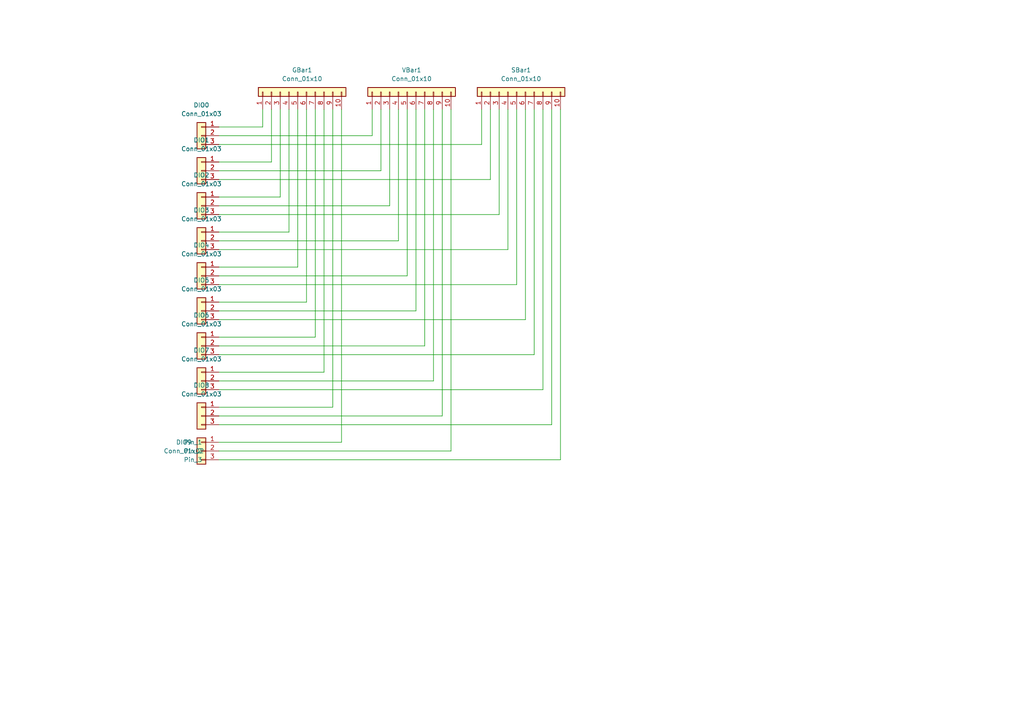
<source format=kicad_sch>
(kicad_sch (version 20211123) (generator eeschema)
  (paper "A4")
  (lib_symbols
    (symbol "Conn_01x03_1" (pin_names (offset 1.016))
      (property "Reference" "J" (at 0 5.08 0))
      (property "Value" "Conn_01x03_1" (at 0 -5.08 0))
      (symbol "Conn_01x03_1_1_1"
        (rectangle (start -1.27 -2.413) (end 0 -2.667) (stroke (width 0.1524)))
        (rectangle (start -1.27 0.127) (end 0 -0.127) (stroke (width 0.1524)))
        (rectangle (start -1.27 2.667) (end 0 2.413) (stroke (width 0.1524)))
        (rectangle (start -1.27 3.81) (end 1.27 -3.81) (stroke (width 0.254)) (fill (type background)))
        (pin passive line (at -5.08 2.54 0) (length 3.81) (name "Pin_1") (number "1") (alternate "" input line) (alternate "" input line) (alternate "" input line) (alternate "" input line))
        (pin passive line (at -5.08 0 0) (length 3.81) (name "Pin_2") (number "2") (alternate "" input line) (alternate "" input line) (alternate "" input line))
        (pin passive line (at -5.08 -2.54 0) (length 3.81) (name "Pin_3") (number "3") (alternate "" input line) (alternate "" input line))
      )
    )
    (symbol "Connector_Generic:Conn_01x03" (pin_names (offset 1.016) hide)
      (property "Reference" "J" (at 0 5.08 0))
      (property "Value" "Conn_01x03" (at 0 -5.08 0))
      (symbol "Conn_01x03_1_1"
        (rectangle (start -1.27 -2.413) (end 0 -2.667) (stroke (width 0.1524)))
        (rectangle (start -1.27 0.127) (end 0 -0.127) (stroke (width 0.1524)))
        (rectangle (start -1.27 2.667) (end 0 2.413) (stroke (width 0.1524)))
        (rectangle (start -1.27 3.81) (end 1.27 -3.81) (stroke (width 0.254)) (fill (type background)))
        (pin passive line (at -5.08 2.54 0) (length 3.81) (name "Pin_1") (number "1"))
        (pin passive line (at -5.08 0 0) (length 3.81) (name "Pin_2") (number "2"))
        (pin passive line (at -5.08 -2.54 0) (length 3.81) (name "Pin_3") (number "3"))
      )
    )
    (symbol "Connector_Generic:Conn_01x10" (pin_names (offset 1.016) hide)
      (property "Reference" "J" (at 0 12.7 0))
      (property "Value" "Conn_01x10" (at 0 -15.24 0))
      (symbol "Conn_01x10_1_1"
        (rectangle (start -1.27 -12.573) (end 0 -12.827) (stroke (width 0.1524)))
        (rectangle (start -1.27 -10.033) (end 0 -10.287) (stroke (width 0.1524)))
        (rectangle (start -1.27 -7.493) (end 0 -7.747) (stroke (width 0.1524)))
        (rectangle (start -1.27 -4.953) (end 0 -5.207) (stroke (width 0.1524)))
        (rectangle (start -1.27 -2.413) (end 0 -2.667) (stroke (width 0.1524)))
        (rectangle (start -1.27 0.127) (end 0 -0.127) (stroke (width 0.1524)))
        (rectangle (start -1.27 2.667) (end 0 2.413) (stroke (width 0.1524)))
        (rectangle (start -1.27 5.207) (end 0 4.953) (stroke (width 0.1524)))
        (rectangle (start -1.27 7.747) (end 0 7.493) (stroke (width 0.1524)))
        (rectangle (start -1.27 10.287) (end 0 10.033) (stroke (width 0.1524)))
        (rectangle (start -1.27 11.43) (end 1.27 -13.97) (stroke (width 0.254)) (fill (type background)))
        (pin passive line (at -5.08 10.16 0) (length 3.81) (name "Pin_1") (number "1"))
        (pin passive line (at -5.08 -12.7 0) (length 3.81) (name "Pin_10") (number "10"))
        (pin passive line (at -5.08 7.62 0) (length 3.81) (name "Pin_2") (number "2"))
        (pin passive line (at -5.08 5.08 0) (length 3.81) (name "Pin_3") (number "3"))
        (pin passive line (at -5.08 2.54 0) (length 3.81) (name "Pin_4") (number "4"))
        (pin passive line (at -5.08 0 0) (length 3.81) (name "Pin_5") (number "5"))
        (pin passive line (at -5.08 -2.54 0) (length 3.81) (name "Pin_6") (number "6"))
        (pin passive line (at -5.08 -5.08 0) (length 3.81) (name "Pin_7") (number "7"))
        (pin passive line (at -5.08 -7.62 0) (length 3.81) (name "Pin_8") (number "8"))
        (pin passive line (at -5.08 -10.16 0) (length 3.81) (name "Pin_9") (number "9"))
      )
    )
  )
  (wire (pts (xy 63.5 128.27) (xy 99.06 128.27)))
  (wire (pts (xy 63.5 46.99) (xy 78.74 46.99)))
  (wire (pts (xy 63.5 59.69) (xy 113.03 59.69)))
  (wire (pts (xy 63.5 41.91) (xy 139.7 41.91)))
  (wire (pts (xy 63.5 36.83) (xy 76.2 36.83)))
  (wire (pts (xy 81.28 57.15) (xy 81.28 31.75)))
  (wire (pts (xy 142.24 52.07) (xy 142.24 31.75)))
  (wire (pts (xy 63.5 62.23) (xy 144.78 62.23)))
  (wire (pts (xy 149.86 82.55) (xy 149.86 31.75)))
  (wire (pts (xy 118.11 80.01) (xy 118.11 31.75)))
  (wire (pts (xy 157.48 113.03) (xy 157.48 31.75)))
  (wire (pts (xy 63.5 118.11) (xy 96.52 118.11)))
  (wire (pts (xy 63.5 107.95) (xy 93.98 107.95)))
  (wire (pts (xy 76.2 36.83) (xy 76.2 31.75)))
  (wire (pts (xy 125.73 110.49) (xy 125.73 31.75)))
  (wire (pts (xy 83.82 67.31) (xy 83.82 31.75)))
  (wire (pts (xy 93.98 107.95) (xy 93.98 31.75)))
  (wire (pts (xy 88.9 87.63) (xy 88.9 31.75)))
  (wire (pts (xy 63.5 113.03) (xy 157.48 113.03)))
  (wire (pts (xy 123.19 100.33) (xy 123.19 31.75)))
  (wire (pts (xy 63.5 130.81) (xy 130.81 130.81)))
  (wire (pts (xy 63.5 57.15) (xy 81.28 57.15)))
  (wire (pts (xy 63.5 69.85) (xy 115.57 69.85)))
  (wire (pts (xy 154.94 102.87) (xy 154.94 31.75)))
  (wire (pts (xy 91.44 97.79) (xy 91.44 31.75)))
  (wire (pts (xy 162.56 133.35) (xy 162.56 31.75)))
  (wire (pts (xy 63.5 80.01) (xy 118.11 80.01)))
  (wire (pts (xy 115.57 69.85) (xy 115.57 31.75)))
  (wire (pts (xy 63.5 120.65) (xy 128.27 120.65)))
  (wire (pts (xy 63.5 97.79) (xy 91.44 97.79)))
  (wire (pts (xy 152.4 92.71) (xy 152.4 31.75)))
  (wire (pts (xy 86.36 77.47) (xy 86.36 31.75)))
  (wire (pts (xy 130.81 130.81) (xy 130.81 31.75)))
  (wire (pts (xy 120.65 90.17) (xy 120.65 31.75)))
  (wire (pts (xy 63.5 90.17) (xy 120.65 90.17)))
  (wire (pts (xy 63.5 110.49) (xy 125.73 110.49)))
  (wire (pts (xy 63.5 100.33) (xy 123.19 100.33)))
  (wire (pts (xy 63.5 92.71) (xy 152.4 92.71)))
  (wire (pts (xy 113.03 59.69) (xy 113.03 31.75)))
  (wire (pts (xy 63.5 133.35) (xy 162.56 133.35)))
  (wire (pts (xy 63.5 67.31) (xy 83.82 67.31)))
  (wire (pts (xy 107.95 39.37) (xy 107.95 31.75)))
  (wire (pts (xy 110.49 49.53) (xy 110.49 31.75)))
  (wire (pts (xy 63.5 72.39) (xy 147.32 72.39)))
  (wire (pts (xy 139.7 41.91) (xy 139.7 31.75)))
  (wire (pts (xy 63.5 49.53) (xy 110.49 49.53)))
  (wire (pts (xy 128.27 120.65) (xy 128.27 31.75)))
  (wire (pts (xy 96.52 118.11) (xy 96.52 31.75)))
  (wire (pts (xy 63.5 82.55) (xy 149.86 82.55)))
  (wire (pts (xy 63.5 52.07) (xy 142.24 52.07)))
  (wire (pts (xy 78.74 46.99) (xy 78.74 31.75)))
  (wire (pts (xy 63.5 77.47) (xy 86.36 77.47)))
  (wire (pts (xy 63.5 39.37) (xy 107.95 39.37)))
  (wire (pts (xy 144.78 62.23) (xy 144.78 31.75)))
  (wire (pts (xy 63.5 87.63) (xy 88.9 87.63)))
  (wire (pts (xy 160.02 123.19) (xy 160.02 31.75)))
  (wire (pts (xy 99.06 128.27) (xy 99.06 31.75)))
  (wire (pts (xy 63.5 123.19) (xy 160.02 123.19)))
  (wire (pts (xy 147.32 72.39) (xy 147.32 31.75)))
  (wire (pts (xy 63.5 102.87) (xy 154.94 102.87)))
  (symbol (lib_id "Connector_Generic:Conn_01x03") (at 58.42 69.85 0) (mirror y) (unit 1)
    (property "Reference" "DIO3" (at 58.42 60.96 0))
    (property "Value" "Conn_01x03" (at 58.42 63.5 0))
  )
  (symbol (lib_id "Connector_Generic:Conn_01x10") (at 149.86 26.67 90) (unit 1)
    (property "Reference" "SBar1" (at 151.13 20.32 90))
    (property "Value" "Conn_01x10" (at 151.13 22.86 90))
  )
  (symbol (lib_id "Connector_Generic:Conn_01x03") (at 58.42 49.53 0) (mirror y) (unit 1)
    (property "Reference" "DIO1" (at 58.42 40.64 0))
    (property "Value" "Conn_01x03" (at 58.42 43.18 0))
  )
  (symbol (lib_id "Connector_Generic:Conn_01x10") (at 86.36 26.67 90) (unit 1)
    (property "Reference" "GBar1" (at 87.63 20.32 90))
    (property "Value" "Conn_01x10" (at 87.63 22.86 90))
  )
  (symbol (lib_id "Connector_Generic:Conn_01x03") (at 58.42 120.65 0) (mirror y) (unit 1)
    (property "Reference" "DIO8" (at 58.42 111.76 0))
    (property "Value" "Conn_01x03" (at 58.42 114.3 0))
  )
  (symbol (lib_id "Connector_Generic:Conn_01x03") (at 58.42 110.49 0) (mirror y) (unit 1)
    (property "Reference" "DIO7" (at 58.42 101.6 0))
    (property "Value" "Conn_01x03" (at 58.42 104.14 0))
  )
  (symbol (lib_name "Conn_01x03_1") (lib_id "Connector_Generic:Conn_01x03") (at 58.42 130.81 0) (mirror y) (unit 1)
    (property "Reference" "DIO9" (at 53.34 128.27 0))
    (property "Value" "Conn_01x02" (at 53.34 130.81 0))
    (pin "1" (alternate "G"))
    (pin "2" (alternate "V"))
    (pin "3" (alternate "S"))
  )
  (symbol (lib_id "Connector_Generic:Conn_01x03") (at 58.42 90.17 0) (mirror y) (unit 1)
    (property "Reference" "DIO5" (at 58.42 81.28 0))
    (property "Value" "Conn_01x03" (at 58.42 83.82 0))
  )
  (symbol (lib_id "Connector_Generic:Conn_01x10") (at 118.11 26.67 90) (unit 1)
    (property "Reference" "VBar1" (at 119.38 20.32 90))
    (property "Value" "Conn_01x10" (at 119.38 22.86 90))
  )
  (symbol (lib_id "Connector_Generic:Conn_01x03") (at 58.42 80.01 0) (mirror y) (unit 1)
    (property "Reference" "DIO4" (at 58.42 71.12 0))
    (property "Value" "Conn_01x03" (at 58.42 73.66 0))
  )
  (symbol (lib_id "Connector_Generic:Conn_01x03") (at 58.42 59.69 0) (mirror y) (unit 1)
    (property "Reference" "DIO2" (at 58.42 50.8 0))
    (property "Value" "Conn_01x03" (at 58.42 53.34 0))
  )
  (symbol (lib_id "Connector_Generic:Conn_01x03") (at 58.42 39.37 0) (mirror y) (unit 1)
    (property "Reference" "DIO0" (at 58.42 30.48 0))
    (property "Value" "Conn_01x03" (at 58.42 33.02 0))
  )
  (symbol (lib_id "Connector_Generic:Conn_01x03") (at 58.42 100.33 0) (mirror y) (unit 1)
    (property "Reference" "DIO6" (at 58.42 91.44 0))
    (property "Value" "Conn_01x03" (at 58.42 93.98 0))
  )
)
</source>
